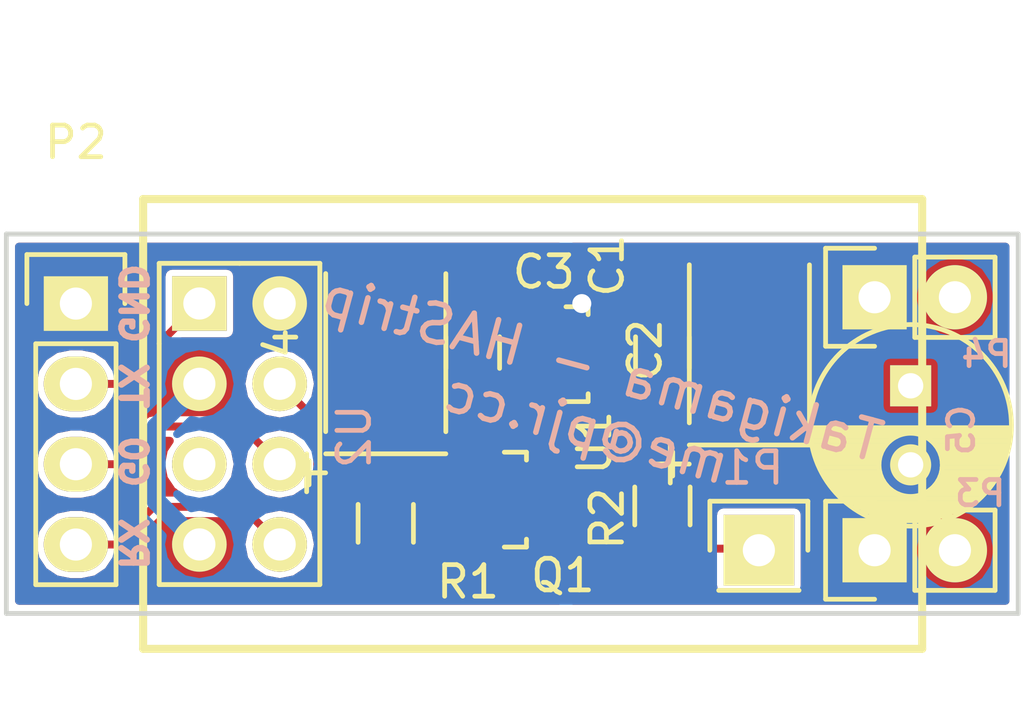
<source format=kicad_pcb>
(kicad_pcb (version 4) (host pcbnew 4.0.2+dfsg1-stable)

  (general
    (links 28)
    (no_connects 0)
    (area 145.8 82.448809 178.225001 105.575)
    (thickness 1.6)
    (drawings 9)
    (tracks 44)
    (zones 0)
    (modules 14)
    (nets 9)
  )

  (page A4)
  (layers
    (0 F.Cu signal)
    (31 B.Cu signal)
    (32 B.Adhes user)
    (33 F.Adhes user)
    (34 B.Paste user)
    (35 F.Paste user)
    (36 B.SilkS user)
    (37 F.SilkS user)
    (38 B.Mask user)
    (39 F.Mask user)
    (40 Dwgs.User user)
    (41 Cmts.User user)
    (42 Eco1.User user)
    (43 Eco2.User user)
    (44 Edge.Cuts user)
    (45 Margin user)
    (46 B.CrtYd user)
    (47 F.CrtYd user)
    (48 B.Fab user)
    (49 F.Fab user)
  )

  (setup
    (last_trace_width 0.25)
    (user_trace_width 0.4)
    (user_trace_width 0.6)
    (user_trace_width 0.8)
    (user_trace_width 1)
    (user_trace_width 1.2)
    (user_trace_width 1.4)
    (user_trace_width 1.6)
    (user_trace_width 1.8)
    (trace_clearance 0.2)
    (zone_clearance 0.2)
    (zone_45_only no)
    (trace_min 0.2)
    (segment_width 0.2)
    (edge_width 0.15)
    (via_size 0.6)
    (via_drill 0.4)
    (via_min_size 0.4)
    (via_min_drill 0.3)
    (user_via 0.4 0.3)
    (user_via 0.6 0.5)
    (user_via 0.8 0.6)
    (user_via 1.2 1)
    (user_via 1.4 1.2)
    (user_via 1.6 1.4)
    (user_via 1.8 1.6)
    (uvia_size 0.3)
    (uvia_drill 0.1)
    (uvias_allowed no)
    (uvia_min_size 0.2)
    (uvia_min_drill 0.1)
    (pcb_text_width 0.3)
    (pcb_text_size 1.5 1.5)
    (mod_edge_width 0.15)
    (mod_text_size 1 1)
    (mod_text_width 0.15)
    (pad_size 1.524 1.524)
    (pad_drill 0.762)
    (pad_to_mask_clearance 0.2)
    (aux_axis_origin 0 0)
    (visible_elements FFFFFF7F)
    (pcbplotparams
      (layerselection 0x00030_80000001)
      (usegerberextensions false)
      (excludeedgelayer true)
      (linewidth 0.100000)
      (plotframeref false)
      (viasonmask false)
      (mode 1)
      (useauxorigin false)
      (hpglpennumber 1)
      (hpglpenspeed 20)
      (hpglpendiameter 15)
      (hpglpenoverlay 2)
      (psnegative false)
      (psa4output false)
      (plotreference true)
      (plotvalue true)
      (plotinvisibletext false)
      (padsonsilk false)
      (subtractmaskfromsilk false)
      (outputformat 1)
      (mirror false)
      (drillshape 1)
      (scaleselection 1)
      (outputdirectory ""))
  )

  (net 0 "")
  (net 1 +5V)
  (net 2 GND)
  (net 3 +3V3)
  (net 4 GPIO2_5)
  (net 5 GPIO2)
  (net 6 GPIO0)
  (net 7 TX)
  (net 8 RX)

  (net_class Default "This is the default net class."
    (clearance 0.2)
    (trace_width 0.25)
    (via_dia 0.6)
    (via_drill 0.4)
    (uvia_dia 0.3)
    (uvia_drill 0.1)
    (add_net +3V3)
    (add_net +5V)
    (add_net GND)
    (add_net GPIO0)
    (add_net GPIO2)
    (add_net GPIO2_5)
    (add_net RX)
    (add_net TX)
  )

  (module Capacitors_SMD:C_0805_HandSoldering (layer F.Cu) (tedit 541A9B8D) (tstamp 580E1B5D)
    (at 166.75 93.75 90)
    (descr "Capacitor SMD 0805, hand soldering")
    (tags "capacitor 0805")
    (path /580E10B5)
    (attr smd)
    (fp_text reference C1 (at 2.75 -1.75 90) (layer F.SilkS)
      (effects (font (size 1 1) (thickness 0.15)))
    )
    (fp_text value 0.1uf (at 6.15 -0.15 270) (layer F.Fab)
      (effects (font (size 1 1) (thickness 0.15)))
    )
    (fp_line (start -2.3 -1) (end 2.3 -1) (layer F.CrtYd) (width 0.05))
    (fp_line (start -2.3 1) (end 2.3 1) (layer F.CrtYd) (width 0.05))
    (fp_line (start -2.3 -1) (end -2.3 1) (layer F.CrtYd) (width 0.05))
    (fp_line (start 2.3 -1) (end 2.3 1) (layer F.CrtYd) (width 0.05))
    (fp_line (start 0.5 -0.85) (end -0.5 -0.85) (layer F.SilkS) (width 0.15))
    (fp_line (start -0.5 0.85) (end 0.5 0.85) (layer F.SilkS) (width 0.15))
    (pad 1 smd rect (at -1.25 0 90) (size 1.5 1.25) (layers F.Cu F.Paste F.Mask)
      (net 1 +5V))
    (pad 2 smd rect (at 1.25 0 90) (size 1.5 1.25) (layers F.Cu F.Paste F.Mask)
      (net 2 GND))
    (model Capacitors_SMD.3dshapes/C_0805_HandSoldering.wrl
      (at (xyz 0 0 0))
      (scale (xyz 1 1 1))
      (rotate (xyz 0 0 0))
    )
  )

  (module Capacitors_SMD:C_0805_HandSoldering (layer F.Cu) (tedit 541A9B8D) (tstamp 580E1B69)
    (at 160.75 93.75 90)
    (descr "Capacitor SMD 0805, hand soldering")
    (tags "capacitor 0805")
    (path /580E12CC)
    (attr smd)
    (fp_text reference C3 (at 2.55 2.25 180) (layer F.SilkS)
      (effects (font (size 1 1) (thickness 0.15)))
    )
    (fp_text value 0.1uf (at 0 2.1 90) (layer F.Fab)
      (effects (font (size 1 1) (thickness 0.15)))
    )
    (fp_line (start -2.3 -1) (end 2.3 -1) (layer F.CrtYd) (width 0.05))
    (fp_line (start -2.3 1) (end 2.3 1) (layer F.CrtYd) (width 0.05))
    (fp_line (start -2.3 -1) (end -2.3 1) (layer F.CrtYd) (width 0.05))
    (fp_line (start 2.3 -1) (end 2.3 1) (layer F.CrtYd) (width 0.05))
    (fp_line (start 0.5 -0.85) (end -0.5 -0.85) (layer F.SilkS) (width 0.15))
    (fp_line (start -0.5 0.85) (end 0.5 0.85) (layer F.SilkS) (width 0.15))
    (pad 1 smd rect (at -1.25 0 90) (size 1.5 1.25) (layers F.Cu F.Paste F.Mask)
      (net 3 +3V3))
    (pad 2 smd rect (at 1.25 0 90) (size 1.5 1.25) (layers F.Cu F.Paste F.Mask)
      (net 2 GND))
    (model Capacitors_SMD.3dshapes/C_0805_HandSoldering.wrl
      (at (xyz 0 0 0))
      (scale (xyz 1 1 1))
      (rotate (xyz 0 0 0))
    )
  )

  (module Pin_Headers:Pin_Header_Straight_1x01 (layer F.Cu) (tedit 581095CE) (tstamp 580E1B81)
    (at 169.8 100)
    (descr "Through hole pin header")
    (tags "pin header")
    (path /580E2256)
    (fp_text reference P3 (at 7 -1.8 180) (layer B.SilkS)
      (effects (font (size 0.8 0.8) (thickness 0.15)) (justify mirror))
    )
    (fp_text value CONN_01X01 (at 5 0.15 90) (layer F.Fab)
      (effects (font (size 1 1) (thickness 0.15)))
    )
    (fp_line (start 1.55 -1.55) (end 1.55 0) (layer F.SilkS) (width 0.15))
    (fp_line (start -1.75 -1.75) (end -1.75 1.75) (layer F.CrtYd) (width 0.05))
    (fp_line (start 1.75 -1.75) (end 1.75 1.75) (layer F.CrtYd) (width 0.05))
    (fp_line (start -1.75 -1.75) (end 1.75 -1.75) (layer F.CrtYd) (width 0.05))
    (fp_line (start -1.75 1.75) (end 1.75 1.75) (layer F.CrtYd) (width 0.05))
    (fp_line (start -1.55 0) (end -1.55 -1.55) (layer F.SilkS) (width 0.15))
    (fp_line (start -1.55 -1.55) (end 1.55 -1.55) (layer F.SilkS) (width 0.15))
    (fp_line (start -1.27 1.27) (end 1.27 1.27) (layer F.SilkS) (width 0.15))
    (pad 1 thru_hole rect (at 0 0) (size 2.2352 2.2352) (drill 1.016) (layers *.Cu *.Mask F.SilkS)
      (net 4 GPIO2_5))
    (model Pin_Headers.3dshapes/Pin_Header_Straight_1x01.wrl
      (at (xyz 0 0 0))
      (scale (xyz 1 1 1))
      (rotate (xyz 0 0 90))
    )
  )

  (module TO_SOT_Packages_SMD:SOT-23 (layer F.Cu) (tedit 553634F8) (tstamp 580E1B88)
    (at 161.8 98.4 270)
    (descr "SOT-23, Standard")
    (tags SOT-23)
    (path /580E1D98)
    (attr smd)
    (fp_text reference Q1 (at 2.4 -1.8 360) (layer F.SilkS)
      (effects (font (size 1 1) (thickness 0.15)))
    )
    (fp_text value BSS138 (at 6.2 0.2 360) (layer F.Fab)
      (effects (font (size 1 1) (thickness 0.15)))
    )
    (fp_line (start -1.65 -1.6) (end 1.65 -1.6) (layer F.CrtYd) (width 0.05))
    (fp_line (start 1.65 -1.6) (end 1.65 1.6) (layer F.CrtYd) (width 0.05))
    (fp_line (start 1.65 1.6) (end -1.65 1.6) (layer F.CrtYd) (width 0.05))
    (fp_line (start -1.65 1.6) (end -1.65 -1.6) (layer F.CrtYd) (width 0.05))
    (fp_line (start 1.29916 -0.65024) (end 1.2509 -0.65024) (layer F.SilkS) (width 0.15))
    (fp_line (start -1.49982 0.0508) (end -1.49982 -0.65024) (layer F.SilkS) (width 0.15))
    (fp_line (start -1.49982 -0.65024) (end -1.2509 -0.65024) (layer F.SilkS) (width 0.15))
    (fp_line (start 1.29916 -0.65024) (end 1.49982 -0.65024) (layer F.SilkS) (width 0.15))
    (fp_line (start 1.49982 -0.65024) (end 1.49982 0.0508) (layer F.SilkS) (width 0.15))
    (pad 1 smd rect (at -0.95 1.00076 270) (size 0.8001 0.8001) (layers F.Cu F.Paste F.Mask)
      (net 3 +3V3))
    (pad 2 smd rect (at 0.95 1.00076 270) (size 0.8001 0.8001) (layers F.Cu F.Paste F.Mask)
      (net 5 GPIO2))
    (pad 3 smd rect (at 0 -0.99822 270) (size 0.8001 0.8001) (layers F.Cu F.Paste F.Mask)
      (net 4 GPIO2_5))
    (model TO_SOT_Packages_SMD.3dshapes/SOT-23.wrl
      (at (xyz 0 0 0))
      (scale (xyz 1 1 1))
      (rotate (xyz 0 0 0))
    )
  )

  (module Resistors_SMD:R_0805_HandSoldering (layer F.Cu) (tedit 54189DEE) (tstamp 580E1B8E)
    (at 158 99.15 270)
    (descr "Resistor SMD 0805, hand soldering")
    (tags "resistor 0805")
    (path /580E1E6A)
    (attr smd)
    (fp_text reference R1 (at 1.85 -2.6 360) (layer F.SilkS)
      (effects (font (size 1 1) (thickness 0.15)))
    )
    (fp_text value 10k (at 3.85 -0.4 360) (layer F.Fab)
      (effects (font (size 1 1) (thickness 0.15)))
    )
    (fp_line (start -2.4 -1) (end 2.4 -1) (layer F.CrtYd) (width 0.05))
    (fp_line (start -2.4 1) (end 2.4 1) (layer F.CrtYd) (width 0.05))
    (fp_line (start -2.4 -1) (end -2.4 1) (layer F.CrtYd) (width 0.05))
    (fp_line (start 2.4 -1) (end 2.4 1) (layer F.CrtYd) (width 0.05))
    (fp_line (start 0.6 0.875) (end -0.6 0.875) (layer F.SilkS) (width 0.15))
    (fp_line (start -0.6 -0.875) (end 0.6 -0.875) (layer F.SilkS) (width 0.15))
    (pad 1 smd rect (at -1.35 0 270) (size 1.5 1.3) (layers F.Cu F.Paste F.Mask)
      (net 3 +3V3))
    (pad 2 smd rect (at 1.35 0 270) (size 1.5 1.3) (layers F.Cu F.Paste F.Mask)
      (net 5 GPIO2))
    (model Resistors_SMD.3dshapes/R_0805_HandSoldering.wrl
      (at (xyz 0 0 0))
      (scale (xyz 1 1 1))
      (rotate (xyz 0 0 0))
    )
  )

  (module Resistors_SMD:R_0805_HandSoldering (layer F.Cu) (tedit 54189DEE) (tstamp 580E1B94)
    (at 166.75 98.6 270)
    (descr "Resistor SMD 0805, hand soldering")
    (tags "resistor 0805")
    (path /580E1EFC)
    (attr smd)
    (fp_text reference R2 (at 0.4 1.75 270) (layer F.SilkS)
      (effects (font (size 1 1) (thickness 0.15)))
    )
    (fp_text value 10k (at 5.2 -0.25 360) (layer F.Fab)
      (effects (font (size 1 1) (thickness 0.15)))
    )
    (fp_line (start -2.4 -1) (end 2.4 -1) (layer F.CrtYd) (width 0.05))
    (fp_line (start -2.4 1) (end 2.4 1) (layer F.CrtYd) (width 0.05))
    (fp_line (start -2.4 -1) (end -2.4 1) (layer F.CrtYd) (width 0.05))
    (fp_line (start 2.4 -1) (end 2.4 1) (layer F.CrtYd) (width 0.05))
    (fp_line (start 0.6 0.875) (end -0.6 0.875) (layer F.SilkS) (width 0.15))
    (fp_line (start -0.6 -0.875) (end 0.6 -0.875) (layer F.SilkS) (width 0.15))
    (pad 1 smd rect (at -1.35 0 270) (size 1.5 1.3) (layers F.Cu F.Paste F.Mask)
      (net 1 +5V))
    (pad 2 smd rect (at 1.35 0 270) (size 1.5 1.3) (layers F.Cu F.Paste F.Mask)
      (net 4 GPIO2_5))
    (model Resistors_SMD.3dshapes/R_0805_HandSoldering.wrl
      (at (xyz 0 0 0))
      (scale (xyz 1 1 1))
      (rotate (xyz 0 0 0))
    )
  )

  (module ESP8266:ESP-01 (layer F.Cu) (tedit 5888BBC4) (tstamp 580E1BA7)
    (at 152.105001 92.197)
    (descr "Module, ESP-8266, ESP-01, 8 pin")
    (tags "Module ESP-8266 ESP8266")
    (path /580E0E4A)
    (fp_text reference U2 (at 4.894999 4.203 90) (layer B.SilkS)
      (effects (font (size 1 1) (thickness 0.15)) (justify mirror))
    )
    (fp_text value ESP-01v090 (at 0.144999 12.303 180) (layer F.Fab)
      (effects (font (size 1 1) (thickness 0.15)))
    )
    (fp_line (start -1.778 -3.302) (end 22.86 -3.302) (layer F.SilkS) (width 0.254))
    (fp_line (start 22.86 -3.302) (end 22.86 10.922) (layer F.SilkS) (width 0.254))
    (fp_line (start 22.86 10.922) (end -1.778 10.922) (layer F.SilkS) (width 0.254))
    (fp_line (start -1.778 10.922) (end -1.778 -3.302) (layer F.SilkS) (width 0.254))
    (fp_line (start -1.778 -3.302) (end 22.86 -3.302) (layer F.Fab) (width 0.05))
    (fp_line (start 22.86 -3.302) (end 22.86 10.922) (layer F.Fab) (width 0.05))
    (fp_line (start 22.86 10.922) (end -1.778 10.922) (layer F.Fab) (width 0.05))
    (fp_line (start -1.778 10.922) (end -1.778 -3.302) (layer F.Fab) (width 0.05))
    (fp_line (start 1.27 -1.27) (end -1.27 -1.27) (layer F.SilkS) (width 0.1524))
    (fp_line (start -1.27 -1.27) (end -1.27 1.27) (layer F.SilkS) (width 0.1524))
    (fp_line (start -1.75 -1.75) (end -1.75 9.4) (layer F.CrtYd) (width 0.05))
    (fp_line (start 4.3 -1.75) (end 4.3 9.4) (layer F.CrtYd) (width 0.05))
    (fp_line (start -1.75 -1.75) (end 4.3 -1.75) (layer F.CrtYd) (width 0.05))
    (fp_line (start -1.75 9.4) (end 4.3 9.4) (layer F.CrtYd) (width 0.05))
    (fp_line (start -1.27 1.27) (end -1.27 8.89) (layer F.SilkS) (width 0.1524))
    (fp_line (start -1.27 8.89) (end 3.81 8.89) (layer F.SilkS) (width 0.1524))
    (fp_line (start 3.81 8.89) (end 3.81 -1.27) (layer F.SilkS) (width 0.1524))
    (fp_line (start 3.81 -1.27) (end 1.27 -1.27) (layer F.SilkS) (width 0.1524))
    (pad 1 thru_hole rect (at 0 0) (size 1.7272 1.7272) (drill 1.016) (layers *.Cu *.Mask F.SilkS)
      (net 7 TX))
    (pad 2 thru_hole oval (at 2.54 0) (size 1.7272 1.7272) (drill 1.016) (layers *.Cu *.Mask F.SilkS)
      (net 2 GND))
    (pad 3 thru_hole oval (at 0 2.54) (size 1.7272 1.7272) (drill 1.016) (layers *.Cu *.Mask F.SilkS)
      (net 3 +3V3))
    (pad 4 thru_hole oval (at 2.54 2.54) (size 1.7272 1.7272) (drill 1.016) (layers *.Cu *.Mask F.SilkS)
      (net 5 GPIO2))
    (pad 5 thru_hole oval (at 0 5.08) (size 1.7272 1.7272) (drill 1.016) (layers *.Cu *.Mask F.SilkS))
    (pad 6 thru_hole oval (at 2.54 5.08) (size 1.7272 1.7272) (drill 1.016) (layers *.Cu *.Mask F.SilkS)
      (net 6 GPIO0))
    (pad 7 thru_hole oval (at 0 7.62) (size 1.7272 1.7272) (drill 1.016) (layers *.Cu *.Mask F.SilkS)
      (net 3 +3V3))
    (pad 8 thru_hole oval (at 2.54 7.62) (size 1.7272 1.7272) (drill 1.016) (layers *.Cu *.Mask F.SilkS)
      (net 8 RX))
  )

  (module Pin_Headers:Pin_Header_Straight_1x02 (layer F.Cu) (tedit 581095B5) (tstamp 580E1C91)
    (at 173.46 92 90)
    (descr "Through hole pin header")
    (tags "pin header")
    (path /580E1E8E)
    (fp_text reference P4 (at -1.8 3.54 180) (layer B.SilkS)
      (effects (font (size 0.8 0.8) (thickness 0.15)) (justify mirror))
    )
    (fp_text value CONN_01X02 (at 5 -3.45 180) (layer F.Fab)
      (effects (font (size 1 1) (thickness 0.15)))
    )
    (fp_line (start 1.27 1.27) (end 1.27 3.81) (layer F.SilkS) (width 0.15))
    (fp_line (start 1.55 -1.55) (end 1.55 0) (layer F.SilkS) (width 0.15))
    (fp_line (start -1.75 -1.75) (end -1.75 4.3) (layer F.CrtYd) (width 0.05))
    (fp_line (start 1.75 -1.75) (end 1.75 4.3) (layer F.CrtYd) (width 0.05))
    (fp_line (start -1.75 -1.75) (end 1.75 -1.75) (layer F.CrtYd) (width 0.05))
    (fp_line (start -1.75 4.3) (end 1.75 4.3) (layer F.CrtYd) (width 0.05))
    (fp_line (start 1.27 1.27) (end -1.27 1.27) (layer F.SilkS) (width 0.15))
    (fp_line (start -1.55 0) (end -1.55 -1.55) (layer F.SilkS) (width 0.15))
    (fp_line (start -1.55 -1.55) (end 1.55 -1.55) (layer F.SilkS) (width 0.15))
    (fp_line (start -1.27 1.27) (end -1.27 3.81) (layer F.SilkS) (width 0.15))
    (fp_line (start -1.27 3.81) (end 1.27 3.81) (layer F.SilkS) (width 0.15))
    (pad 1 thru_hole rect (at 0 0 90) (size 2.032 2.032) (drill 1.016) (layers *.Cu *.Mask F.SilkS)
      (net 2 GND))
    (pad 2 thru_hole oval (at 0 2.54 90) (size 2.032 2.032) (drill 1.016) (layers *.Cu *.Mask F.SilkS)
      (net 1 +5V))
    (model Pin_Headers.3dshapes/Pin_Header_Straight_1x02.wrl
      (at (xyz 0 -0.05 0))
      (scale (xyz 1 1 1))
      (rotate (xyz 0 0 90))
    )
  )

  (module TO_SOT_Packages_SMD:SOT-23 (layer F.Cu) (tedit 553634F8) (tstamp 580E2224)
    (at 163.75076 93.8 270)
    (descr "SOT-23, Standard")
    (tags SOT-23)
    (path /580E0FB6)
    (attr smd)
    (fp_text reference U1 (at 2.8 -0.84924 270) (layer F.SilkS)
      (effects (font (size 1 1) (thickness 0.15)))
    )
    (fp_text value MCP1700 (at -7.6 -0.24924 270) (layer F.Fab)
      (effects (font (size 1 1) (thickness 0.15)))
    )
    (fp_line (start -1.65 -1.6) (end 1.65 -1.6) (layer F.CrtYd) (width 0.05))
    (fp_line (start 1.65 -1.6) (end 1.65 1.6) (layer F.CrtYd) (width 0.05))
    (fp_line (start 1.65 1.6) (end -1.65 1.6) (layer F.CrtYd) (width 0.05))
    (fp_line (start -1.65 1.6) (end -1.65 -1.6) (layer F.CrtYd) (width 0.05))
    (fp_line (start 1.29916 -0.65024) (end 1.2509 -0.65024) (layer F.SilkS) (width 0.15))
    (fp_line (start -1.49982 0.0508) (end -1.49982 -0.65024) (layer F.SilkS) (width 0.15))
    (fp_line (start -1.49982 -0.65024) (end -1.2509 -0.65024) (layer F.SilkS) (width 0.15))
    (fp_line (start 1.29916 -0.65024) (end 1.49982 -0.65024) (layer F.SilkS) (width 0.15))
    (fp_line (start 1.49982 -0.65024) (end 1.49982 0.0508) (layer F.SilkS) (width 0.15))
    (pad 1 smd rect (at -0.95 1.00076 270) (size 0.8001 0.8001) (layers F.Cu F.Paste F.Mask)
      (net 2 GND))
    (pad 2 smd rect (at 0.95 1.00076 270) (size 0.8001 0.8001) (layers F.Cu F.Paste F.Mask)
      (net 3 +3V3))
    (pad 3 smd rect (at 0 -0.99822 270) (size 0.8001 0.8001) (layers F.Cu F.Paste F.Mask)
      (net 1 +5V))
    (model TO_SOT_Packages_SMD.3dshapes/SOT-23.wrl
      (at (xyz 0 0 0))
      (scale (xyz 1 1 1))
      (rotate (xyz 0 0 0))
    )
  )

  (module Pin_Headers:Pin_Header_Straight_1x02 (layer F.Cu) (tedit 54EA090C) (tstamp 58103662)
    (at 173.46 100 90)
    (descr "Through hole pin header")
    (tags "pin header")
    (path /5810362E)
    (fp_text reference P1 (at 2.6 -3.86 360) (layer B.SilkS)
      (effects (font (size 1 1) (thickness 0.15)) (justify mirror))
    )
    (fp_text value CONN_01X02 (at 0 -3.1 90) (layer F.Fab)
      (effects (font (size 1 1) (thickness 0.15)))
    )
    (fp_line (start 1.27 1.27) (end 1.27 3.81) (layer F.SilkS) (width 0.15))
    (fp_line (start 1.55 -1.55) (end 1.55 0) (layer F.SilkS) (width 0.15))
    (fp_line (start -1.75 -1.75) (end -1.75 4.3) (layer F.CrtYd) (width 0.05))
    (fp_line (start 1.75 -1.75) (end 1.75 4.3) (layer F.CrtYd) (width 0.05))
    (fp_line (start -1.75 -1.75) (end 1.75 -1.75) (layer F.CrtYd) (width 0.05))
    (fp_line (start -1.75 4.3) (end 1.75 4.3) (layer F.CrtYd) (width 0.05))
    (fp_line (start 1.27 1.27) (end -1.27 1.27) (layer F.SilkS) (width 0.15))
    (fp_line (start -1.55 0) (end -1.55 -1.55) (layer F.SilkS) (width 0.15))
    (fp_line (start -1.55 -1.55) (end 1.55 -1.55) (layer F.SilkS) (width 0.15))
    (fp_line (start -1.27 1.27) (end -1.27 3.81) (layer F.SilkS) (width 0.15))
    (fp_line (start -1.27 3.81) (end 1.27 3.81) (layer F.SilkS) (width 0.15))
    (pad 1 thru_hole rect (at 0 0 90) (size 2.032 2.032) (drill 1.016) (layers *.Cu *.Mask F.SilkS)
      (net 2 GND))
    (pad 2 thru_hole oval (at 0 2.54 90) (size 2.032 2.032) (drill 1.016) (layers *.Cu *.Mask F.SilkS)
      (net 1 +5V))
    (model Pin_Headers.3dshapes/Pin_Header_Straight_1x02.wrl
      (at (xyz 0 -0.05 0))
      (scale (xyz 1 1 1))
      (rotate (xyz 0 0 90))
    )
  )

  (module Capacitors_ThroughHole:C_Radial_D6.3_L11.2_P2.5 (layer F.Cu) (tedit 581095A9) (tstamp 581037CD)
    (at 174.6 94.8 270)
    (descr "Radial Electrolytic Capacitor, Diameter 6.3mm x Length 11.2mm, Pitch 2.5mm")
    (tags "Electrolytic Capacitor")
    (path /5810336B)
    (fp_text reference C5 (at 1.4 -1.6 450) (layer B.SilkS)
      (effects (font (size 0.8 0.8) (thickness 0.15)) (justify mirror))
    )
    (fp_text value 1000uf (at 1.25 4.4 270) (layer F.Fab)
      (effects (font (size 1 1) (thickness 0.15)))
    )
    (fp_line (start 1.325 -3.149) (end 1.325 3.149) (layer F.SilkS) (width 0.15))
    (fp_line (start 1.465 -3.143) (end 1.465 3.143) (layer F.SilkS) (width 0.15))
    (fp_line (start 1.605 -3.13) (end 1.605 -0.446) (layer F.SilkS) (width 0.15))
    (fp_line (start 1.605 0.446) (end 1.605 3.13) (layer F.SilkS) (width 0.15))
    (fp_line (start 1.745 -3.111) (end 1.745 -0.656) (layer F.SilkS) (width 0.15))
    (fp_line (start 1.745 0.656) (end 1.745 3.111) (layer F.SilkS) (width 0.15))
    (fp_line (start 1.885 -3.085) (end 1.885 -0.789) (layer F.SilkS) (width 0.15))
    (fp_line (start 1.885 0.789) (end 1.885 3.085) (layer F.SilkS) (width 0.15))
    (fp_line (start 2.025 -3.053) (end 2.025 -0.88) (layer F.SilkS) (width 0.15))
    (fp_line (start 2.025 0.88) (end 2.025 3.053) (layer F.SilkS) (width 0.15))
    (fp_line (start 2.165 -3.014) (end 2.165 -0.942) (layer F.SilkS) (width 0.15))
    (fp_line (start 2.165 0.942) (end 2.165 3.014) (layer F.SilkS) (width 0.15))
    (fp_line (start 2.305 -2.968) (end 2.305 -0.981) (layer F.SilkS) (width 0.15))
    (fp_line (start 2.305 0.981) (end 2.305 2.968) (layer F.SilkS) (width 0.15))
    (fp_line (start 2.445 -2.915) (end 2.445 -0.998) (layer F.SilkS) (width 0.15))
    (fp_line (start 2.445 0.998) (end 2.445 2.915) (layer F.SilkS) (width 0.15))
    (fp_line (start 2.585 -2.853) (end 2.585 -0.996) (layer F.SilkS) (width 0.15))
    (fp_line (start 2.585 0.996) (end 2.585 2.853) (layer F.SilkS) (width 0.15))
    (fp_line (start 2.725 -2.783) (end 2.725 -0.974) (layer F.SilkS) (width 0.15))
    (fp_line (start 2.725 0.974) (end 2.725 2.783) (layer F.SilkS) (width 0.15))
    (fp_line (start 2.865 -2.704) (end 2.865 -0.931) (layer F.SilkS) (width 0.15))
    (fp_line (start 2.865 0.931) (end 2.865 2.704) (layer F.SilkS) (width 0.15))
    (fp_line (start 3.005 -2.616) (end 3.005 -0.863) (layer F.SilkS) (width 0.15))
    (fp_line (start 3.005 0.863) (end 3.005 2.616) (layer F.SilkS) (width 0.15))
    (fp_line (start 3.145 -2.516) (end 3.145 -0.764) (layer F.SilkS) (width 0.15))
    (fp_line (start 3.145 0.764) (end 3.145 2.516) (layer F.SilkS) (width 0.15))
    (fp_line (start 3.285 -2.404) (end 3.285 -0.619) (layer F.SilkS) (width 0.15))
    (fp_line (start 3.285 0.619) (end 3.285 2.404) (layer F.SilkS) (width 0.15))
    (fp_line (start 3.425 -2.279) (end 3.425 -0.38) (layer F.SilkS) (width 0.15))
    (fp_line (start 3.425 0.38) (end 3.425 2.279) (layer F.SilkS) (width 0.15))
    (fp_line (start 3.565 -2.136) (end 3.565 2.136) (layer F.SilkS) (width 0.15))
    (fp_line (start 3.705 -1.974) (end 3.705 1.974) (layer F.SilkS) (width 0.15))
    (fp_line (start 3.845 -1.786) (end 3.845 1.786) (layer F.SilkS) (width 0.15))
    (fp_line (start 3.985 -1.563) (end 3.985 1.563) (layer F.SilkS) (width 0.15))
    (fp_line (start 4.125 -1.287) (end 4.125 1.287) (layer F.SilkS) (width 0.15))
    (fp_line (start 4.265 -0.912) (end 4.265 0.912) (layer F.SilkS) (width 0.15))
    (fp_circle (center 2.5 0) (end 2.5 -1) (layer F.SilkS) (width 0.15))
    (fp_circle (center 1.25 0) (end 1.25 -3.1875) (layer F.SilkS) (width 0.15))
    (fp_circle (center 1.25 0) (end 1.25 -3.4) (layer F.CrtYd) (width 0.05))
    (pad 2 thru_hole circle (at 2.5 0 270) (size 1.3 1.3) (drill 0.8) (layers *.Cu *.Mask F.SilkS)
      (net 2 GND))
    (pad 1 thru_hole rect (at 0 0 270) (size 1.3 1.3) (drill 0.8) (layers *.Cu *.Mask F.SilkS)
      (net 1 +5V))
    (model Capacitors_ThroughHole.3dshapes/C_Radial_D6.3_L11.2_P2.5.wrl
      (at (xyz 0 0 0))
      (scale (xyz 1 1 1))
      (rotate (xyz 0 0 0))
    )
  )

  (module Pin_Headers:Pin_Header_Straight_1x04 (layer F.Cu) (tedit 5888BBC0) (tstamp 581566A3)
    (at 148.2 92.2)
    (descr "Through hole pin header")
    (tags "pin header")
    (path /58156601)
    (fp_text reference P2 (at 0 -5.1) (layer F.SilkS)
      (effects (font (size 1 1) (thickness 0.15)))
    )
    (fp_text value CONN_01X04 (at 7.55 -7.7) (layer F.Fab)
      (effects (font (size 1 1) (thickness 0.15)))
    )
    (fp_line (start -1.75 -1.75) (end -1.75 9.4) (layer F.CrtYd) (width 0.05))
    (fp_line (start 1.75 -1.75) (end 1.75 9.4) (layer F.CrtYd) (width 0.05))
    (fp_line (start -1.75 -1.75) (end 1.75 -1.75) (layer F.CrtYd) (width 0.05))
    (fp_line (start -1.75 9.4) (end 1.75 9.4) (layer F.CrtYd) (width 0.05))
    (fp_line (start -1.27 1.27) (end -1.27 8.89) (layer F.SilkS) (width 0.15))
    (fp_line (start 1.27 1.27) (end 1.27 8.89) (layer F.SilkS) (width 0.15))
    (fp_line (start 1.55 -1.55) (end 1.55 0) (layer F.SilkS) (width 0.15))
    (fp_line (start -1.27 8.89) (end 1.27 8.89) (layer F.SilkS) (width 0.15))
    (fp_line (start 1.27 1.27) (end -1.27 1.27) (layer F.SilkS) (width 0.15))
    (fp_line (start -1.55 0) (end -1.55 -1.55) (layer F.SilkS) (width 0.15))
    (fp_line (start -1.55 -1.55) (end 1.55 -1.55) (layer F.SilkS) (width 0.15))
    (pad 1 thru_hole rect (at 0 0) (size 2.032 1.7272) (drill 1.016) (layers *.Cu *.Mask F.SilkS)
      (net 2 GND))
    (pad 2 thru_hole oval (at 0 2.54) (size 2.032 1.7272) (drill 1.016) (layers *.Cu *.Mask F.SilkS)
      (net 7 TX))
    (pad 3 thru_hole oval (at 0 5.08) (size 2.032 1.7272) (drill 1.016) (layers *.Cu *.Mask F.SilkS)
      (net 6 GPIO0))
    (pad 4 thru_hole oval (at 0 7.62) (size 2.032 1.7272) (drill 1.016) (layers *.Cu *.Mask F.SilkS)
      (net 8 RX))
    (model Pin_Headers.3dshapes/Pin_Header_Straight_1x04.wrl
      (at (xyz 0 -0.15 0))
      (scale (xyz 1 1 1))
      (rotate (xyz 0 0 90))
    )
  )

  (module Capacitors_Tantalum_SMD:TantalC_SizeB_EIA-3528_Wave (layer F.Cu) (tedit 0) (tstamp 589E05BB)
    (at 158 93.75 90)
    (descr "Tantal Cap. , Size B, EIA-3528, Wave,")
    (tags "Tantal Cap. , Size B, EIA-3528, Wave,")
    (path /580E12D2)
    (attr smd)
    (fp_text reference C4 (at -0.20066 -3.29946 90) (layer F.SilkS)
      (effects (font (size 1 1) (thickness 0.15)))
    )
    (fp_text value 2.2uf (at -0.09906 3.59918 90) (layer F.Fab)
      (effects (font (size 1 1) (thickness 0.15)))
    )
    (fp_text user + (at -3.79984 -2.49936 90) (layer F.SilkS)
      (effects (font (size 1 1) (thickness 0.15)))
    )
    (fp_line (start -3.2004 -1.89992) (end -3.2004 1.89992) (layer F.SilkS) (width 0.15))
    (fp_line (start 2.49936 -1.89992) (end -2.49936 -1.89992) (layer F.SilkS) (width 0.15))
    (fp_line (start 2.49682 1.89992) (end -2.5019 1.89992) (layer F.SilkS) (width 0.15))
    (fp_line (start -3.80238 -3.00228) (end -3.80238 -1.90246) (layer F.SilkS) (width 0.15))
    (fp_line (start -4.40182 -2.5019) (end -3.20294 -2.5019) (layer F.SilkS) (width 0.15))
    (pad 2 smd rect (at 1.6256 0 90) (size 2.14884 1.80086) (layers F.Cu F.Paste F.Mask)
      (net 2 GND))
    (pad 1 smd rect (at -1.6256 0 90) (size 2.14884 1.80086) (layers F.Cu F.Paste F.Mask)
      (net 3 +3V3))
    (model Capacitors_Tantalum_SMD.3dshapes/TantalC_SizeB_EIA-3528_Wave.wrl
      (at (xyz 0 0 0))
      (scale (xyz 1 1 1))
      (rotate (xyz 0 0 180))
    )
  )

  (module Capacitors_Tantalum_SMD:TantalC_SizeB_EIA-3528_Wave (layer F.Cu) (tedit 0) (tstamp 589E0603)
    (at 169.5 93.472 90)
    (descr "Tantal Cap. , Size B, EIA-3528, Wave,")
    (tags "Tantal Cap. , Size B, EIA-3528, Wave,")
    (path /580E1155)
    (attr smd)
    (fp_text reference C2 (at -0.20066 -3.29946 90) (layer F.SilkS)
      (effects (font (size 1 1) (thickness 0.15)))
    )
    (fp_text value 2.2uf (at -0.09906 3.59918 90) (layer F.Fab)
      (effects (font (size 1 1) (thickness 0.15)))
    )
    (fp_text user + (at -3.79984 -2.49936 90) (layer F.SilkS)
      (effects (font (size 1 1) (thickness 0.15)))
    )
    (fp_line (start -3.2004 -1.89992) (end -3.2004 1.89992) (layer F.SilkS) (width 0.15))
    (fp_line (start 2.49936 -1.89992) (end -2.49936 -1.89992) (layer F.SilkS) (width 0.15))
    (fp_line (start 2.49682 1.89992) (end -2.5019 1.89992) (layer F.SilkS) (width 0.15))
    (fp_line (start -3.80238 -3.00228) (end -3.80238 -1.90246) (layer F.SilkS) (width 0.15))
    (fp_line (start -4.40182 -2.5019) (end -3.20294 -2.5019) (layer F.SilkS) (width 0.15))
    (pad 2 smd rect (at 1.6256 0 90) (size 2.14884 1.80086) (layers F.Cu F.Paste F.Mask)
      (net 2 GND))
    (pad 1 smd rect (at -1.6256 0 90) (size 2.14884 1.80086) (layers F.Cu F.Paste F.Mask)
      (net 1 +5V))
    (model Capacitors_Tantalum_SMD.3dshapes/TantalC_SizeB_EIA-3528_Wave.wrl
      (at (xyz 0 0 0))
      (scale (xyz 1 1 1))
      (rotate (xyz 0 0 180))
    )
  )

  (gr_text GND (at 150 92.2 270) (layer B.SilkS) (tstamp 58156C65)
    (effects (font (size 0.8 0.8) (thickness 0.2)) (justify mirror))
  )
  (gr_text TX (at 150 94.8 270) (layer B.SilkS) (tstamp 58156C5E)
    (effects (font (size 0.8 0.8) (thickness 0.2)) (justify mirror))
  )
  (gr_text RX (at 150 99.8 270) (layer B.SilkS) (tstamp 58156C59)
    (effects (font (size 0.8 0.8) (thickness 0.2)) (justify mirror))
  )
  (gr_text G0 (at 150 97.2 270) (layer B.SilkS)
    (effects (font (size 0.8 0.8) (thickness 0.2)) (justify mirror))
  )
  (gr_line (start 146 90) (end 146 102) (layer Edge.Cuts) (width 0.15))
  (gr_line (start 178 90) (end 178 102) (layer Edge.Cuts) (width 0.15))
  (gr_text "Takigama - HAStrip\nme@pjr.cc\n" (at 164.6 95.2 345) (layer B.SilkS)
    (effects (font (size 1.2 1.2) (thickness 0.175)) (justify mirror))
  )
  (gr_line (start 178 102) (end 146 102) (layer Edge.Cuts) (width 0.15))
  (gr_line (start 146 90) (end 178 90) (layer Edge.Cuts) (width 0.15))

  (segment (start 169.5 91.694) (end 173.154 91.694) (width 1.2) (layer F.Cu) (net 2))
  (segment (start 173.154 91.694) (end 173.46 92) (width 1.2) (layer F.Cu) (net 2))
  (segment (start 154.645001 92.197) (end 157.775 92.197) (width 1.2) (layer F.Cu) (net 2))
  (segment (start 157.775 92.197) (end 158 91.972) (width 1.2) (layer F.Cu) (net 2))
  (segment (start 169.5 91.694) (end 167.556 91.694) (width 1) (layer F.Cu) (net 2))
  (segment (start 167.556 91.694) (end 166.75 92.5) (width 1) (layer F.Cu) (net 2))
  (segment (start 166.75 92.5) (end 164.5 92.5) (width 1) (layer F.Cu) (net 2))
  (segment (start 164.5 92.5) (end 164.2 92.2) (width 1) (layer F.Cu) (net 2))
  (segment (start 162.75 92.85) (end 163.55 92.85) (width 1) (layer F.Cu) (net 2))
  (segment (start 163.55 92.85) (end 164.2 92.2) (width 1) (layer F.Cu) (net 2))
  (via (at 164.2 92.2) (size 0.8) (drill 0.6) (layers F.Cu B.Cu) (net 2))
  (segment (start 160.75 92.5) (end 162.4 92.5) (width 1) (layer F.Cu) (net 2))
  (segment (start 162.4 92.5) (end 162.75 92.85) (width 1) (layer F.Cu) (net 2))
  (segment (start 158 91.972) (end 160.222 91.972) (width 1) (layer F.Cu) (net 2))
  (segment (start 160.222 91.972) (end 160.75 92.5) (width 1) (layer F.Cu) (net 2))
  (segment (start 168.694 92.5) (end 169.5 91.694) (width 0.25) (layer F.Cu) (net 2))
  (segment (start 152.105001 94.737) (end 150.7414 96.100601) (width 0.6) (layer B.Cu) (net 3))
  (segment (start 150.7414 96.100601) (end 150.7414 98.453399) (width 0.6) (layer B.Cu) (net 3))
  (segment (start 150.7414 98.453399) (end 151.241402 98.953401) (width 0.6) (layer B.Cu) (net 3))
  (segment (start 151.241402 98.953401) (end 152.105001 99.817) (width 0.6) (layer B.Cu) (net 3))
  (segment (start 166.75 99.95) (end 169.75 99.95) (width 0.25) (layer F.Cu) (net 4))
  (segment (start 169.75 99.95) (end 169.8 100) (width 0.25) (layer F.Cu) (net 4))
  (segment (start 162.79822 98.4) (end 165.3 98.4) (width 0.25) (layer F.Cu) (net 4))
  (segment (start 165.3 98.4) (end 166.75 99.85) (width 0.25) (layer F.Cu) (net 4))
  (segment (start 166.75 99.85) (end 166.75 99.95) (width 0.25) (layer F.Cu) (net 4))
  (segment (start 158 100.5) (end 160.29929 100.5) (width 0.25) (layer F.Cu) (net 5))
  (segment (start 160.29929 100.5) (end 160.79924 100.00005) (width 0.25) (layer F.Cu) (net 5))
  (segment (start 160.79924 100.00005) (end 160.79924 99.35) (width 0.25) (layer F.Cu) (net 5))
  (segment (start 154.645001 94.737) (end 155.833602 95.925601) (width 0.25) (layer F.Cu) (net 5))
  (segment (start 155.833602 95.925601) (end 155.833602 98.233602) (width 0.25) (layer F.Cu) (net 5))
  (segment (start 155.833602 98.233602) (end 158 100.4) (width 0.25) (layer F.Cu) (net 5))
  (segment (start 158 100.4) (end 158 100.5) (width 0.25) (layer F.Cu) (net 5))
  (segment (start 148.2 97.28) (end 149.466 97.28) (width 0.25) (layer F.Cu) (net 6))
  (segment (start 153.4564 96.088399) (end 153.781402 96.413401) (width 0.25) (layer F.Cu) (net 6))
  (segment (start 149.466 97.28) (end 150.657601 96.088399) (width 0.25) (layer F.Cu) (net 6))
  (segment (start 150.657601 96.088399) (end 153.4564 96.088399) (width 0.25) (layer F.Cu) (net 6))
  (segment (start 153.781402 96.413401) (end 154.645001 97.277) (width 0.25) (layer F.Cu) (net 6))
  (segment (start 148.2 94.74) (end 149.562001 94.74) (width 0.25) (layer F.Cu) (net 7))
  (segment (start 149.562001 94.74) (end 152.105001 92.197) (width 0.25) (layer F.Cu) (net 7))
  (segment (start 148.2 99.82) (end 149.466 99.82) (width 0.25) (layer F.Cu) (net 8))
  (segment (start 150.657601 98.628399) (end 153.4564 98.628399) (width 0.25) (layer F.Cu) (net 8))
  (segment (start 149.466 99.82) (end 150.657601 98.628399) (width 0.25) (layer F.Cu) (net 8))
  (segment (start 153.4564 98.628399) (end 153.781402 98.953401) (width 0.25) (layer F.Cu) (net 8))
  (segment (start 153.781402 98.953401) (end 154.645001 99.817) (width 0.25) (layer F.Cu) (net 8))

  (zone (net 2) (net_name GND) (layer B.Cu) (tstamp 0) (hatch edge 0.508)
    (connect_pads yes (clearance 0.2))
    (min_thickness 0.254)
    (fill yes (arc_segments 16) (thermal_gap 0.508) (thermal_bridge_width 0.508))
    (polygon
      (pts
        (xy 178.2 102.2) (xy 145.8 102.2) (xy 145.8 89.8) (xy 178.2 89.8) (xy 178.2 102.2)
      )
    )
    (filled_polygon
      (pts
        (xy 177.598 101.598) (xy 146.402 101.598) (xy 146.402 99.82) (xy 146.830689 99.82) (xy 146.921318 100.275623)
        (xy 147.179408 100.661881) (xy 147.565666 100.919971) (xy 148.021289 101.0106) (xy 148.378711 101.0106) (xy 148.834334 100.919971)
        (xy 149.220592 100.661881) (xy 149.478682 100.275623) (xy 149.569311 99.82) (xy 149.478682 99.364377) (xy 149.220592 98.978119)
        (xy 148.834334 98.720029) (xy 148.378711 98.6294) (xy 148.021289 98.6294) (xy 147.565666 98.720029) (xy 147.179408 98.978119)
        (xy 146.921318 99.364377) (xy 146.830689 99.82) (xy 146.402 99.82) (xy 146.402 97.28) (xy 146.830689 97.28)
        (xy 146.921318 97.735623) (xy 147.179408 98.121881) (xy 147.565666 98.379971) (xy 148.021289 98.4706) (xy 148.378711 98.4706)
        (xy 148.834334 98.379971) (xy 149.220592 98.121881) (xy 149.478682 97.735623) (xy 149.569311 97.28) (xy 149.478682 96.824377)
        (xy 149.220592 96.438119) (xy 148.834334 96.180029) (xy 148.435023 96.100601) (xy 150.1144 96.100601) (xy 150.1144 98.453399)
        (xy 150.162128 98.693342) (xy 150.288452 98.8824) (xy 150.298044 98.896755) (xy 150.945364 99.544075) (xy 150.891076 99.817)
        (xy 150.981705 100.272623) (xy 151.239795 100.658881) (xy 151.626053 100.916971) (xy 152.081676 101.0076) (xy 152.128326 101.0076)
        (xy 152.583949 100.916971) (xy 152.970207 100.658881) (xy 153.228297 100.272623) (xy 153.318926 99.817) (xy 153.431076 99.817)
        (xy 153.521705 100.272623) (xy 153.779795 100.658881) (xy 154.166053 100.916971) (xy 154.621676 101.0076) (xy 154.668326 101.0076)
        (xy 155.123949 100.916971) (xy 155.510207 100.658881) (xy 155.768297 100.272623) (xy 155.858926 99.817) (xy 155.768297 99.361377)
        (xy 155.510207 98.975119) (xy 155.371444 98.8824) (xy 168.348994 98.8824) (xy 168.348994 101.1176) (xy 168.371795 101.238779)
        (xy 168.443412 101.350074) (xy 168.552686 101.424738) (xy 168.6824 101.451006) (xy 170.9176 101.451006) (xy 171.038779 101.428205)
        (xy 171.150074 101.356588) (xy 171.224738 101.247314) (xy 171.251006 101.1176) (xy 171.251006 99.973689) (xy 174.657 99.973689)
        (xy 174.657 100.026311) (xy 174.75923 100.540255) (xy 175.050356 100.975955) (xy 175.486056 101.267081) (xy 176 101.369311)
        (xy 176.513944 101.267081) (xy 176.949644 100.975955) (xy 177.24077 100.540255) (xy 177.343 100.026311) (xy 177.343 99.973689)
        (xy 177.24077 99.459745) (xy 176.949644 99.024045) (xy 176.513944 98.732919) (xy 176 98.630689) (xy 175.486056 98.732919)
        (xy 175.050356 99.024045) (xy 174.75923 99.459745) (xy 174.657 99.973689) (xy 171.251006 99.973689) (xy 171.251006 98.8824)
        (xy 171.228205 98.761221) (xy 171.156588 98.649926) (xy 171.047314 98.575262) (xy 170.9176 98.548994) (xy 168.6824 98.548994)
        (xy 168.561221 98.571795) (xy 168.449926 98.643412) (xy 168.375262 98.752686) (xy 168.348994 98.8824) (xy 155.371444 98.8824)
        (xy 155.123949 98.717029) (xy 154.668326 98.6264) (xy 154.621676 98.6264) (xy 154.166053 98.717029) (xy 153.779795 98.975119)
        (xy 153.521705 99.361377) (xy 153.431076 99.817) (xy 153.318926 99.817) (xy 153.228297 99.361377) (xy 152.970207 98.975119)
        (xy 152.583949 98.717029) (xy 152.128326 98.6264) (xy 152.081676 98.6264) (xy 151.847661 98.672948) (xy 151.401928 98.227215)
        (xy 151.626053 98.376971) (xy 152.081676 98.4676) (xy 152.128326 98.4676) (xy 152.583949 98.376971) (xy 152.970207 98.118881)
        (xy 153.228297 97.732623) (xy 153.318926 97.277) (xy 153.431076 97.277) (xy 153.521705 97.732623) (xy 153.779795 98.118881)
        (xy 154.166053 98.376971) (xy 154.621676 98.4676) (xy 154.668326 98.4676) (xy 155.123949 98.376971) (xy 155.510207 98.118881)
        (xy 155.768297 97.732623) (xy 155.858926 97.277) (xy 155.768297 96.821377) (xy 155.510207 96.435119) (xy 155.123949 96.177029)
        (xy 154.668326 96.0864) (xy 154.621676 96.0864) (xy 154.166053 96.177029) (xy 153.779795 96.435119) (xy 153.521705 96.821377)
        (xy 153.431076 97.277) (xy 153.318926 97.277) (xy 153.228297 96.821377) (xy 152.970207 96.435119) (xy 152.583949 96.177029)
        (xy 152.128326 96.0864) (xy 152.081676 96.0864) (xy 151.626053 96.177029) (xy 151.401928 96.326785) (xy 151.847661 95.881052)
        (xy 152.081676 95.9276) (xy 152.128326 95.9276) (xy 152.583949 95.836971) (xy 152.970207 95.578881) (xy 153.228297 95.192623)
        (xy 153.318926 94.737) (xy 153.431076 94.737) (xy 153.521705 95.192623) (xy 153.779795 95.578881) (xy 154.166053 95.836971)
        (xy 154.621676 95.9276) (xy 154.668326 95.9276) (xy 155.123949 95.836971) (xy 155.510207 95.578881) (xy 155.768297 95.192623)
        (xy 155.858926 94.737) (xy 155.768297 94.281377) (xy 155.680514 94.15) (xy 173.616594 94.15) (xy 173.616594 95.45)
        (xy 173.639395 95.571179) (xy 173.711012 95.682474) (xy 173.820286 95.757138) (xy 173.95 95.783406) (xy 175.25 95.783406)
        (xy 175.371179 95.760605) (xy 175.482474 95.688988) (xy 175.557138 95.579714) (xy 175.583406 95.45) (xy 175.583406 94.15)
        (xy 175.560605 94.028821) (xy 175.488988 93.917526) (xy 175.379714 93.842862) (xy 175.25 93.816594) (xy 173.95 93.816594)
        (xy 173.828821 93.839395) (xy 173.717526 93.911012) (xy 173.642862 94.020286) (xy 173.616594 94.15) (xy 155.680514 94.15)
        (xy 155.510207 93.895119) (xy 155.123949 93.637029) (xy 154.668326 93.5464) (xy 154.621676 93.5464) (xy 154.166053 93.637029)
        (xy 153.779795 93.895119) (xy 153.521705 94.281377) (xy 153.431076 94.737) (xy 153.318926 94.737) (xy 153.228297 94.281377)
        (xy 152.970207 93.895119) (xy 152.583949 93.637029) (xy 152.128326 93.5464) (xy 152.081676 93.5464) (xy 151.626053 93.637029)
        (xy 151.239795 93.895119) (xy 150.981705 94.281377) (xy 150.891076 94.737) (xy 150.945364 95.009925) (xy 150.298044 95.657245)
        (xy 150.162128 95.860658) (xy 150.1144 96.100601) (xy 148.435023 96.100601) (xy 148.378711 96.0894) (xy 148.021289 96.0894)
        (xy 147.565666 96.180029) (xy 147.179408 96.438119) (xy 146.921318 96.824377) (xy 146.830689 97.28) (xy 146.402 97.28)
        (xy 146.402 94.74) (xy 146.830689 94.74) (xy 146.921318 95.195623) (xy 147.179408 95.581881) (xy 147.565666 95.839971)
        (xy 148.021289 95.9306) (xy 148.378711 95.9306) (xy 148.834334 95.839971) (xy 149.220592 95.581881) (xy 149.478682 95.195623)
        (xy 149.569311 94.74) (xy 149.478682 94.284377) (xy 149.220592 93.898119) (xy 148.834334 93.640029) (xy 148.378711 93.5494)
        (xy 148.021289 93.5494) (xy 147.565666 93.640029) (xy 147.179408 93.898119) (xy 146.921318 94.284377) (xy 146.830689 94.74)
        (xy 146.402 94.74) (xy 146.402 91.3334) (xy 150.907995 91.3334) (xy 150.907995 93.0606) (xy 150.930796 93.181779)
        (xy 151.002413 93.293074) (xy 151.111687 93.367738) (xy 151.241401 93.394006) (xy 152.968601 93.394006) (xy 153.08978 93.371205)
        (xy 153.201075 93.299588) (xy 153.275739 93.190314) (xy 153.302007 93.0606) (xy 153.302007 91.973689) (xy 174.657 91.973689)
        (xy 174.657 92.026311) (xy 174.75923 92.540255) (xy 175.050356 92.975955) (xy 175.486056 93.267081) (xy 176 93.369311)
        (xy 176.513944 93.267081) (xy 176.949644 92.975955) (xy 177.24077 92.540255) (xy 177.343 92.026311) (xy 177.343 91.973689)
        (xy 177.24077 91.459745) (xy 176.949644 91.024045) (xy 176.513944 90.732919) (xy 176 90.630689) (xy 175.486056 90.732919)
        (xy 175.050356 91.024045) (xy 174.75923 91.459745) (xy 174.657 91.973689) (xy 153.302007 91.973689) (xy 153.302007 91.3334)
        (xy 153.279206 91.212221) (xy 153.207589 91.100926) (xy 153.098315 91.026262) (xy 152.968601 90.999994) (xy 151.241401 90.999994)
        (xy 151.120222 91.022795) (xy 151.008927 91.094412) (xy 150.934263 91.203686) (xy 150.907995 91.3334) (xy 146.402 91.3334)
        (xy 146.402 90.402) (xy 177.598 90.402)
      )
    )
  )
  (zone (net 3) (net_name +3V3) (layer F.Cu) (tstamp 0) (hatch edge 0.508)
    (connect_pads yes (clearance 0.2))
    (min_thickness 0.254)
    (fill yes (arc_segments 16) (thermal_gap 0.508) (thermal_bridge_width 0.508))
    (polygon
      (pts
        (xy 145.8 89.8) (xy 145.8 102.2) (xy 163.6 102.2) (xy 163.6 89.8)
      )
    )
    (filled_polygon
      (pts
        (xy 163.473 91.757446) (xy 163.207446 92.023) (xy 163.092554 92.023) (xy 162.984777 91.915223) (xy 162.716479 91.735952)
        (xy 162.4 91.673) (xy 161.693918 91.673) (xy 161.685605 91.628821) (xy 161.613988 91.517526) (xy 161.504714 91.442862)
        (xy 161.375 91.416594) (xy 160.836148 91.416594) (xy 160.806777 91.387223) (xy 160.538479 91.207952) (xy 160.222 91.145)
        (xy 159.233836 91.145) (xy 159.233836 91.04998) (xy 159.211035 90.928801) (xy 159.139418 90.817506) (xy 159.030144 90.742842)
        (xy 158.90043 90.716574) (xy 157.09957 90.716574) (xy 156.978391 90.739375) (xy 156.867096 90.810992) (xy 156.792432 90.920266)
        (xy 156.766164 91.04998) (xy 156.766164 91.27) (xy 155.382818 91.27) (xy 155.123949 91.097029) (xy 154.668326 91.0064)
        (xy 154.621676 91.0064) (xy 154.166053 91.097029) (xy 153.779795 91.355119) (xy 153.521705 91.741377) (xy 153.431076 92.197)
        (xy 153.521705 92.652623) (xy 153.779795 93.038881) (xy 154.166053 93.296971) (xy 154.621676 93.3876) (xy 154.668326 93.3876)
        (xy 155.123949 93.296971) (xy 155.382818 93.124) (xy 156.766164 93.124) (xy 156.766164 93.19882) (xy 156.788965 93.319999)
        (xy 156.860582 93.431294) (xy 156.969856 93.505958) (xy 157.09957 93.532226) (xy 158.90043 93.532226) (xy 159.021609 93.509425)
        (xy 159.132904 93.437808) (xy 159.207568 93.328534) (xy 159.233836 93.19882) (xy 159.233836 92.799) (xy 159.791594 92.799)
        (xy 159.791594 93.25) (xy 159.814395 93.371179) (xy 159.886012 93.482474) (xy 159.995286 93.557138) (xy 160.125 93.583406)
        (xy 161.375 93.583406) (xy 161.496179 93.560605) (xy 161.607474 93.488988) (xy 161.682138 93.379714) (xy 161.692813 93.327)
        (xy 162.031023 93.327) (xy 162.039345 93.371229) (xy 162.110962 93.482524) (xy 162.220236 93.557188) (xy 162.34995 93.583456)
        (xy 162.387737 93.583456) (xy 162.433521 93.614048) (xy 162.75 93.677) (xy 163.473 93.677) (xy 163.473 97.82302)
        (xy 163.437258 97.767476) (xy 163.327984 97.692812) (xy 163.19827 97.666544) (xy 162.39817 97.666544) (xy 162.276991 97.689345)
        (xy 162.165696 97.760962) (xy 162.091032 97.870236) (xy 162.064764 97.99995) (xy 162.064764 98.80005) (xy 162.087565 98.921229)
        (xy 162.159182 99.032524) (xy 162.268456 99.107188) (xy 162.39817 99.133456) (xy 163.19827 99.133456) (xy 163.319449 99.110655)
        (xy 163.430744 99.039038) (xy 163.473 98.977195) (xy 163.473 101.598) (xy 146.402 101.598) (xy 146.402 97.28)
        (xy 146.830689 97.28) (xy 146.921318 97.735623) (xy 147.179408 98.121881) (xy 147.565666 98.379971) (xy 148.021289 98.4706)
        (xy 148.378711 98.4706) (xy 148.834334 98.379971) (xy 149.220592 98.121881) (xy 149.478682 97.735623) (xy 149.479955 97.729224)
        (xy 149.638973 97.697594) (xy 149.785612 97.599612) (xy 150.844825 96.540399) (xy 151.169449 96.540399) (xy 150.981705 96.821377)
        (xy 150.891076 97.277) (xy 150.981705 97.732623) (xy 151.239795 98.118881) (xy 151.325877 98.176399) (xy 150.657601 98.176399)
        (xy 150.484628 98.210805) (xy 150.337989 98.308787) (xy 149.400062 99.246714) (xy 149.220592 98.978119) (xy 148.834334 98.720029)
        (xy 148.378711 98.6294) (xy 148.021289 98.6294) (xy 147.565666 98.720029) (xy 147.179408 98.978119) (xy 146.921318 99.364377)
        (xy 146.830689 99.82) (xy 146.921318 100.275623) (xy 147.179408 100.661881) (xy 147.565666 100.919971) (xy 148.021289 101.0106)
        (xy 148.378711 101.0106) (xy 148.834334 100.919971) (xy 149.220592 100.661881) (xy 149.478682 100.275623) (xy 149.479955 100.269224)
        (xy 149.638973 100.237594) (xy 149.785612 100.139612) (xy 150.844825 99.080399) (xy 153.269176 99.080399) (xy 153.5331 99.344323)
        (xy 153.521705 99.361377) (xy 153.431076 99.817) (xy 153.521705 100.272623) (xy 153.779795 100.658881) (xy 154.166053 100.916971)
        (xy 154.621676 101.0076) (xy 154.668326 101.0076) (xy 155.123949 100.916971) (xy 155.510207 100.658881) (xy 155.768297 100.272623)
        (xy 155.858926 99.817) (xy 155.768297 99.361377) (xy 155.510207 98.975119) (xy 155.123949 98.717029) (xy 154.668326 98.6264)
        (xy 154.621676 98.6264) (xy 154.181234 98.714009) (xy 153.776012 98.308787) (xy 153.629373 98.210805) (xy 153.4564 98.176399)
        (xy 152.884125 98.176399) (xy 152.970207 98.118881) (xy 153.228297 97.732623) (xy 153.318926 97.277) (xy 153.228297 96.821377)
        (xy 153.040553 96.540399) (xy 153.269176 96.540399) (xy 153.5331 96.804323) (xy 153.521705 96.821377) (xy 153.431076 97.277)
        (xy 153.521705 97.732623) (xy 153.779795 98.118881) (xy 154.166053 98.376971) (xy 154.621676 98.4676) (xy 154.668326 98.4676)
        (xy 155.123949 98.376971) (xy 155.381602 98.204812) (xy 155.381602 98.233602) (xy 155.416008 98.406575) (xy 155.51399 98.553214)
        (xy 157.016594 100.055819) (xy 157.016594 101.25) (xy 157.039395 101.371179) (xy 157.111012 101.482474) (xy 157.220286 101.557138)
        (xy 157.35 101.583406) (xy 158.65 101.583406) (xy 158.771179 101.560605) (xy 158.882474 101.488988) (xy 158.957138 101.379714)
        (xy 158.983406 101.25) (xy 158.983406 100.952) (xy 160.29929 100.952) (xy 160.472263 100.917594) (xy 160.618902 100.819612)
        (xy 161.118852 100.319662) (xy 161.216834 100.173023) (xy 161.236025 100.076544) (xy 161.320469 100.060655) (xy 161.431764 99.989038)
        (xy 161.506428 99.879764) (xy 161.532696 99.75005) (xy 161.532696 98.94995) (xy 161.509895 98.828771) (xy 161.438278 98.717476)
        (xy 161.329004 98.642812) (xy 161.19929 98.616544) (xy 160.39919 98.616544) (xy 160.278011 98.639345) (xy 160.166716 98.710962)
        (xy 160.092052 98.820236) (xy 160.065784 98.94995) (xy 160.065784 99.75005) (xy 160.088585 99.871229) (xy 160.160202 99.982524)
        (xy 160.170503 99.989563) (xy 160.112066 100.048) (xy 158.983406 100.048) (xy 158.983406 99.75) (xy 158.960605 99.628821)
        (xy 158.888988 99.517526) (xy 158.779714 99.442862) (xy 158.65 99.416594) (xy 157.655819 99.416594) (xy 156.285602 98.046378)
        (xy 156.285602 95.925601) (xy 156.251196 95.752628) (xy 156.153215 95.605989) (xy 155.756902 95.209677) (xy 155.768297 95.192623)
        (xy 155.858926 94.737) (xy 155.768297 94.281377) (xy 155.510207 93.895119) (xy 155.123949 93.637029) (xy 154.668326 93.5464)
        (xy 154.621676 93.5464) (xy 154.166053 93.637029) (xy 153.779795 93.895119) (xy 153.521705 94.281377) (xy 153.431076 94.737)
        (xy 153.521705 95.192623) (xy 153.779795 95.578881) (xy 154.166053 95.836971) (xy 154.621676 95.9276) (xy 154.668326 95.9276)
        (xy 155.108767 95.839991) (xy 155.381602 96.112826) (xy 155.381602 96.349188) (xy 155.123949 96.177029) (xy 154.668326 96.0864)
        (xy 154.621676 96.0864) (xy 154.181234 96.174009) (xy 153.776012 95.768787) (xy 153.629373 95.670805) (xy 153.4564 95.636399)
        (xy 150.657601 95.636399) (xy 150.484628 95.670805) (xy 150.337989 95.768787) (xy 149.400062 96.706714) (xy 149.220592 96.438119)
        (xy 148.834334 96.180029) (xy 148.378711 96.0894) (xy 148.021289 96.0894) (xy 147.565666 96.180029) (xy 147.179408 96.438119)
        (xy 146.921318 96.824377) (xy 146.830689 97.28) (xy 146.402 97.28) (xy 146.402 94.74) (xy 146.830689 94.74)
        (xy 146.921318 95.195623) (xy 147.179408 95.581881) (xy 147.565666 95.839971) (xy 148.021289 95.9306) (xy 148.378711 95.9306)
        (xy 148.834334 95.839971) (xy 149.220592 95.581881) (xy 149.478682 95.195623) (xy 149.479403 95.192) (xy 149.562001 95.192)
        (xy 149.734974 95.157594) (xy 149.881613 95.059612) (xy 151.547219 93.394006) (xy 152.968601 93.394006) (xy 153.08978 93.371205)
        (xy 153.201075 93.299588) (xy 153.275739 93.190314) (xy 153.302007 93.0606) (xy 153.302007 91.3334) (xy 153.279206 91.212221)
        (xy 153.207589 91.100926) (xy 153.098315 91.026262) (xy 152.968601 90.999994) (xy 151.241401 90.999994) (xy 151.120222 91.022795)
        (xy 151.008927 91.094412) (xy 150.934263 91.203686) (xy 150.907995 91.3334) (xy 150.907995 92.754782) (xy 149.438515 94.224262)
        (xy 149.220592 93.898119) (xy 148.834334 93.640029) (xy 148.378711 93.5494) (xy 148.021289 93.5494) (xy 147.565666 93.640029)
        (xy 147.179408 93.898119) (xy 146.921318 94.284377) (xy 146.830689 94.74) (xy 146.402 94.74) (xy 146.402 91.3364)
        (xy 146.850594 91.3364) (xy 146.850594 93.0636) (xy 146.873395 93.184779) (xy 146.945012 93.296074) (xy 147.054286 93.370738)
        (xy 147.184 93.397006) (xy 149.216 93.397006) (xy 149.337179 93.374205) (xy 149.448474 93.302588) (xy 149.523138 93.193314)
        (xy 149.549406 93.0636) (xy 149.549406 91.3364) (xy 149.526605 91.215221) (xy 149.454988 91.103926) (xy 149.345714 91.029262)
        (xy 149.216 91.002994) (xy 147.184 91.002994) (xy 147.062821 91.025795) (xy 146.951526 91.097412) (xy 146.876862 91.206686)
        (xy 146.850594 91.3364) (xy 146.402 91.3364) (xy 146.402 90.402) (xy 163.473 90.402)
      )
    )
  )
  (zone (net 1) (net_name +5V) (layer F.Cu) (tstamp 0) (hatch edge 0.508)
    (connect_pads yes (clearance 0.2))
    (min_thickness 0.254)
    (fill yes (arc_segments 16) (thermal_gap 0.508) (thermal_bridge_width 0.508))
    (polygon
      (pts
        (xy 163.8 89.8) (xy 163.8 102.2) (xy 178.2 102.2) (xy 178.2 89.8)
      )
    )
    (filled_polygon
      (pts
        (xy 177.598 101.598) (xy 163.927 101.598) (xy 163.927 98.852) (xy 165.112776 98.852) (xy 165.766594 99.505819)
        (xy 165.766594 100.7) (xy 165.789395 100.821179) (xy 165.861012 100.932474) (xy 165.970286 101.007138) (xy 166.1 101.033406)
        (xy 167.4 101.033406) (xy 167.521179 101.010605) (xy 167.632474 100.938988) (xy 167.707138 100.829714) (xy 167.733406 100.7)
        (xy 167.733406 100.402) (xy 168.348994 100.402) (xy 168.348994 101.1176) (xy 168.371795 101.238779) (xy 168.443412 101.350074)
        (xy 168.552686 101.424738) (xy 168.6824 101.451006) (xy 170.9176 101.451006) (xy 171.038779 101.428205) (xy 171.150074 101.356588)
        (xy 171.224738 101.247314) (xy 171.251006 101.1176) (xy 171.251006 98.984) (xy 172.110594 98.984) (xy 172.110594 101.016)
        (xy 172.133395 101.137179) (xy 172.205012 101.248474) (xy 172.314286 101.323138) (xy 172.444 101.349406) (xy 174.476 101.349406)
        (xy 174.597179 101.326605) (xy 174.708474 101.254988) (xy 174.783138 101.145714) (xy 174.809406 101.016) (xy 174.809406 98.984)
        (xy 174.786605 98.862821) (xy 174.714988 98.751526) (xy 174.605714 98.676862) (xy 174.476 98.650594) (xy 172.444 98.650594)
        (xy 172.322821 98.673395) (xy 172.211526 98.745012) (xy 172.136862 98.854286) (xy 172.110594 98.984) (xy 171.251006 98.984)
        (xy 171.251006 98.8824) (xy 171.228205 98.761221) (xy 171.156588 98.649926) (xy 171.047314 98.575262) (xy 170.9176 98.548994)
        (xy 168.6824 98.548994) (xy 168.561221 98.571795) (xy 168.449926 98.643412) (xy 168.375262 98.752686) (xy 168.348994 98.8824)
        (xy 168.348994 99.498) (xy 167.733406 99.498) (xy 167.733406 99.2) (xy 167.710605 99.078821) (xy 167.638988 98.967526)
        (xy 167.529714 98.892862) (xy 167.4 98.866594) (xy 166.405819 98.866594) (xy 165.619612 98.080388) (xy 165.472973 97.982406)
        (xy 165.3 97.948) (xy 163.927 97.948) (xy 163.927 97.493485) (xy 173.62283 97.493485) (xy 173.771256 97.852703)
        (xy 174.045851 98.127778) (xy 174.40481 98.27683) (xy 174.793485 98.27717) (xy 175.152703 98.128744) (xy 175.427778 97.854149)
        (xy 175.57683 97.49519) (xy 175.57717 97.106515) (xy 175.428744 96.747297) (xy 175.154149 96.472222) (xy 174.79519 96.32317)
        (xy 174.406515 96.32283) (xy 174.047297 96.471256) (xy 173.772222 96.745851) (xy 173.62317 97.10481) (xy 173.62283 97.493485)
        (xy 163.927 97.493485) (xy 163.927 93.573609) (xy 164.134777 93.434777) (xy 164.285267 93.284287) (xy 164.5 93.327)
        (xy 165.806082 93.327) (xy 165.814395 93.371179) (xy 165.886012 93.482474) (xy 165.995286 93.557138) (xy 166.125 93.583406)
        (xy 167.375 93.583406) (xy 167.496179 93.560605) (xy 167.607474 93.488988) (xy 167.682138 93.379714) (xy 167.708406 93.25)
        (xy 167.708406 92.711148) (xy 167.898554 92.521) (xy 168.246177 92.521) (xy 168.266164 92.621482) (xy 168.266164 92.92082)
        (xy 168.288965 93.041999) (xy 168.360582 93.153294) (xy 168.469856 93.227958) (xy 168.59957 93.254226) (xy 170.40043 93.254226)
        (xy 170.521609 93.231425) (xy 170.632904 93.159808) (xy 170.707568 93.050534) (xy 170.733836 92.92082) (xy 170.733836 92.621)
        (xy 172.110594 92.621) (xy 172.110594 93.016) (xy 172.133395 93.137179) (xy 172.205012 93.248474) (xy 172.314286 93.323138)
        (xy 172.444 93.349406) (xy 174.476 93.349406) (xy 174.597179 93.326605) (xy 174.708474 93.254988) (xy 174.783138 93.145714)
        (xy 174.809406 93.016) (xy 174.809406 90.984) (xy 174.786605 90.862821) (xy 174.714988 90.751526) (xy 174.605714 90.676862)
        (xy 174.476 90.650594) (xy 172.444 90.650594) (xy 172.322821 90.673395) (xy 172.211526 90.745012) (xy 172.196502 90.767)
        (xy 170.732899 90.767) (xy 170.711035 90.650801) (xy 170.639418 90.539506) (xy 170.530144 90.464842) (xy 170.40043 90.438574)
        (xy 168.59957 90.438574) (xy 168.478391 90.461375) (xy 168.367096 90.532992) (xy 168.292432 90.642266) (xy 168.266164 90.77198)
        (xy 168.266164 90.867) (xy 167.556 90.867) (xy 167.239521 90.929952) (xy 166.971223 91.109223) (xy 166.663852 91.416594)
        (xy 166.125 91.416594) (xy 166.003821 91.439395) (xy 165.892526 91.511012) (xy 165.817862 91.620286) (xy 165.807187 91.673)
        (xy 164.842554 91.673) (xy 164.784777 91.615223) (xy 164.516479 91.435952) (xy 164.2 91.373) (xy 163.927 91.427303)
        (xy 163.927 90.402) (xy 177.598 90.402)
      )
    )
  )
)

</source>
